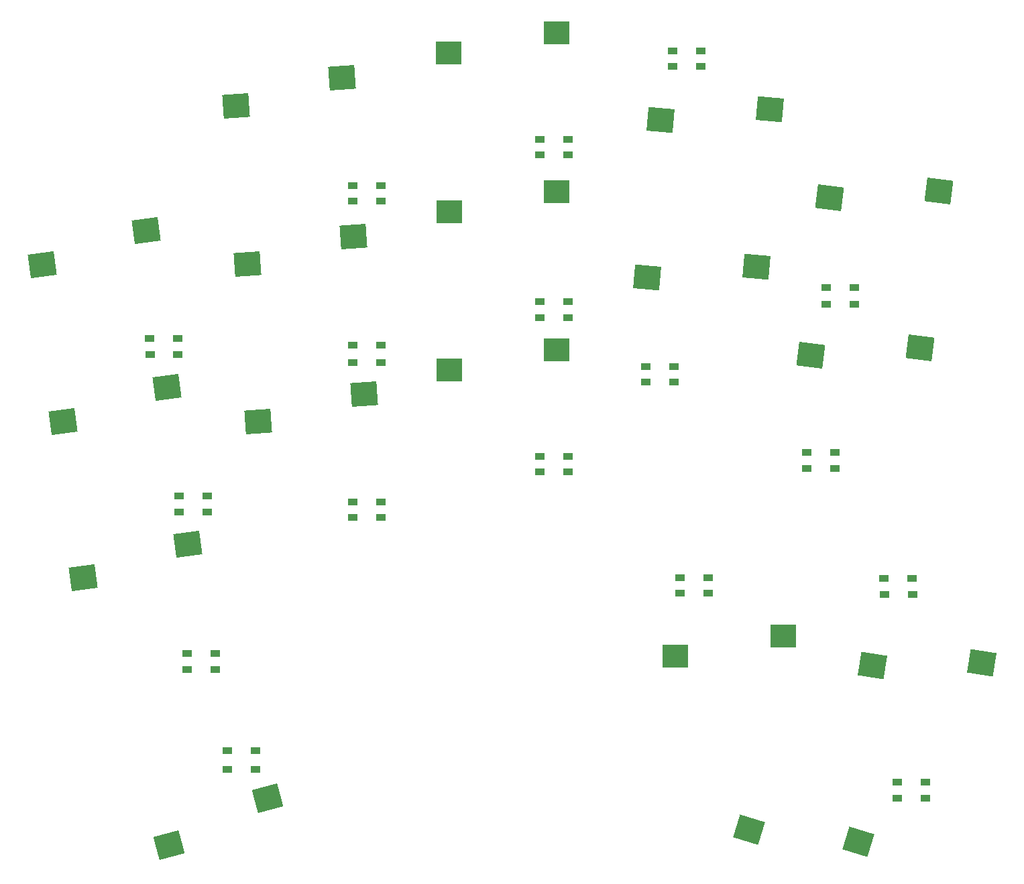
<source format=gbr>
%TF.GenerationSoftware,KiCad,Pcbnew,7.0.7*%
%TF.CreationDate,2024-06-25T00:35:16+09:00*%
%TF.ProjectId,hmproto34,686d7072-6f74-46f3-9334-2e6b69636164,rev?*%
%TF.SameCoordinates,Original*%
%TF.FileFunction,Paste,Bot*%
%TF.FilePolarity,Positive*%
%FSLAX46Y46*%
G04 Gerber Fmt 4.6, Leading zero omitted, Abs format (unit mm)*
G04 Created by KiCad (PCBNEW 7.0.7) date 2024-06-25 00:35:16*
%MOMM*%
%LPD*%
G01*
G04 APERTURE LIST*
G04 Aperture macros list*
%AMRotRect*
0 Rectangle, with rotation*
0 The origin of the aperture is its center*
0 $1 length*
0 $2 width*
0 $3 Rotation angle, in degrees counterclockwise*
0 Add horizontal line*
21,1,$1,$2,0,0,$3*%
G04 Aperture macros list end*
%ADD10RotRect,3.300000X3.000000X187.500000*%
%ADD11R,1.300000X0.950000*%
%ADD12R,3.300000X3.000000*%
%ADD13RotRect,3.300000X3.000000X184.000000*%
%ADD14RotRect,3.300000X3.000000X173.000000*%
%ADD15RotRect,3.300000X3.000000X195.000000*%
%ADD16RotRect,3.300000X3.000000X163.000000*%
%ADD17RotRect,3.300000X3.000000X175.000000*%
%ADD18RotRect,3.300000X3.000000X171.000000*%
G04 APERTURE END LIST*
D10*
%TO.C,SW11*%
X20331110Y-93050069D03*
X33483224Y-88756642D03*
%TD*%
D11*
%TO.C,D20*%
X125010000Y-95110000D03*
X121460000Y-95110000D03*
%TD*%
%TO.C,D2*%
X57905000Y-43510000D03*
X54355000Y-43510000D03*
%TD*%
%TO.C,D31*%
X32280000Y-64860000D03*
X28730000Y-64860000D03*
%TD*%
D12*
%TO.C,SW8*%
X66494132Y-46755576D03*
X80094132Y-44215576D03*
%TD*%
D13*
%TO.C,SW12*%
X42392308Y-73311546D03*
X55781998Y-69829046D03*
%TD*%
D11*
%TO.C,D15*%
X124975000Y-93080000D03*
X121425000Y-93080000D03*
%TD*%
D14*
%TO.C,SW10*%
X112144086Y-64876881D03*
X125952262Y-64013236D03*
%TD*%
D11*
%TO.C,D28*%
X57905000Y-45430000D03*
X54355000Y-45430000D03*
%TD*%
%TO.C,D14*%
X99225000Y-93050000D03*
X95675000Y-93050000D03*
%TD*%
%TO.C,D29*%
X57905000Y-65800000D03*
X54355000Y-65800000D03*
%TD*%
D13*
%TO.C,SW7*%
X41022308Y-53401546D03*
X54411998Y-49919046D03*
%TD*%
D11*
%TO.C,D9*%
X94925000Y-66390000D03*
X91375000Y-66390000D03*
%TD*%
%TO.C,D17*%
X126640000Y-118850000D03*
X123090000Y-118850000D03*
%TD*%
D15*
%TO.C,SW16*%
X31120231Y-126821690D03*
X43599423Y-120848298D03*
%TD*%
D11*
%TO.C,D27*%
X81475000Y-79650000D03*
X77925000Y-79650000D03*
%TD*%
D16*
%TO.C,SW17*%
X104403981Y-124850141D03*
X118152349Y-126397381D03*
%TD*%
D11*
%TO.C,D19*%
X115205000Y-79230000D03*
X111655000Y-79230000D03*
%TD*%
%TO.C,D23*%
X94915000Y-68300000D03*
X91365000Y-68300000D03*
%TD*%
%TO.C,D5*%
X117670000Y-56370000D03*
X114120000Y-56370000D03*
%TD*%
D17*
%TO.C,SW9*%
X91517343Y-55086083D03*
X105286967Y-53741067D03*
%TD*%
D11*
%TO.C,D25*%
X81475000Y-39570000D03*
X77925000Y-39570000D03*
%TD*%
%TO.C,D34*%
X42085000Y-117240000D03*
X38535000Y-117240000D03*
%TD*%
D10*
%TO.C,SW6*%
X17741110Y-73250069D03*
X30893224Y-68956642D03*
%TD*%
D11*
%TO.C,D16*%
X42075000Y-114830000D03*
X38525000Y-114830000D03*
%TD*%
%TO.C,D6*%
X35945000Y-82700000D03*
X32395000Y-82700000D03*
%TD*%
D13*
%TO.C,SW2*%
X39582308Y-33381546D03*
X52971998Y-29899046D03*
%TD*%
D11*
%TO.C,D26*%
X81475000Y-60160000D03*
X77925000Y-60160000D03*
%TD*%
%TO.C,D30*%
X57905000Y-85360000D03*
X54355000Y-85360000D03*
%TD*%
D12*
%TO.C,SW14*%
X95064132Y-102965576D03*
X108664132Y-100425576D03*
%TD*%
%TO.C,SW3*%
X66474132Y-26715576D03*
X80074132Y-24175576D03*
%TD*%
D11*
%TO.C,D33*%
X36990000Y-104660000D03*
X33440000Y-104660000D03*
%TD*%
D17*
%TO.C,SW4*%
X93237343Y-35196083D03*
X107006967Y-33851067D03*
%TD*%
D11*
%TO.C,D21*%
X126645000Y-120870000D03*
X123095000Y-120870000D03*
%TD*%
%TO.C,D4*%
X98275000Y-26430000D03*
X94725000Y-26430000D03*
%TD*%
D12*
%TO.C,SW13*%
X66504132Y-66765576D03*
X80104132Y-64225576D03*
%TD*%
D11*
%TO.C,D12*%
X57905000Y-83460000D03*
X54355000Y-83460000D03*
%TD*%
D14*
%TO.C,SW5*%
X114514086Y-45026881D03*
X128322262Y-44163236D03*
%TD*%
D11*
%TO.C,D7*%
X57905000Y-63660000D03*
X54355000Y-63660000D03*
%TD*%
D10*
%TO.C,SW1*%
X15111110Y-53440069D03*
X28263224Y-49146642D03*
%TD*%
D11*
%TO.C,D22*%
X98265000Y-28390000D03*
X94715000Y-28390000D03*
%TD*%
%TO.C,D10*%
X115225000Y-77160000D03*
X111675000Y-77160000D03*
%TD*%
%TO.C,D1*%
X32270000Y-62780000D03*
X28720000Y-62780000D03*
%TD*%
%TO.C,D13*%
X81475000Y-77670000D03*
X77925000Y-77670000D03*
%TD*%
D18*
%TO.C,SW15*%
X119929455Y-104141903D03*
X133759360Y-103760684D03*
%TD*%
D11*
%TO.C,D11*%
X37005000Y-102600000D03*
X33455000Y-102600000D03*
%TD*%
%TO.C,D3*%
X81475000Y-37630000D03*
X77925000Y-37630000D03*
%TD*%
%TO.C,D32*%
X35945000Y-84750000D03*
X32395000Y-84750000D03*
%TD*%
%TO.C,D24*%
X99225000Y-95000000D03*
X95675000Y-95000000D03*
%TD*%
%TO.C,D18*%
X117675000Y-58440000D03*
X114125000Y-58440000D03*
%TD*%
%TO.C,D8*%
X81475000Y-58100000D03*
X77925000Y-58100000D03*
%TD*%
M02*

</source>
